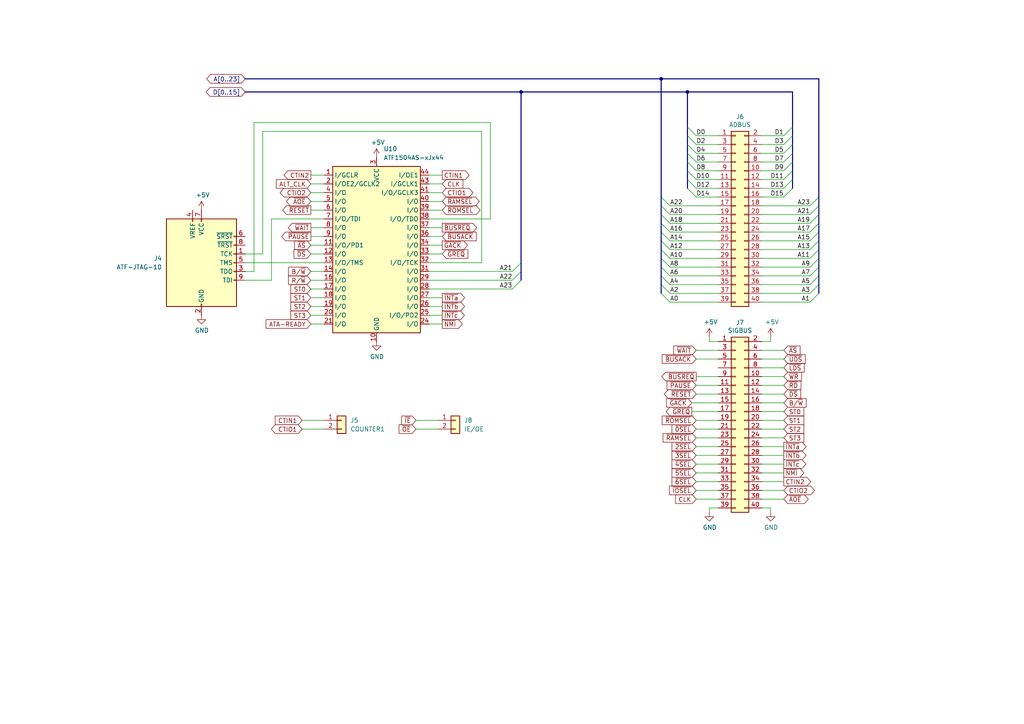
<source format=kicad_sch>
(kicad_sch (version 20211123) (generator eeschema)
  (paper "A4")
  (title_block (title "Z280-SBC") (rev "1"))
  (lib_symbols
    (symbol "Connector:AVR-JTAG-10" (pin_names (offset 1.016))
      (property "Reference" "J" (at -8.89 13.97 0))
      (property "Value" "AVR-JTAG-10" (at 1.27 13.97 0))
      (symbol "AVR-JTAG-10_0_1"
        (rectangle (start -2.667 12.7) (end -2.413 11.938))
        (rectangle (start -0.127 -11.938) (end 0.127 -12.7))
        (rectangle (start -0.127 12.7) (end 0.127 11.938))
        (rectangle (start 10.16 -4.953) (end 9.398 -5.207))
        (rectangle (start 10.16 -2.413) (end 9.398 -2.667))
        (rectangle (start 10.16 0.127) (end 9.398 -0.127))
        (rectangle (start 10.16 2.667) (end 9.398 2.413))
        (rectangle (start 10.16 5.207) (end 9.398 4.953))
        (rectangle (start 10.16 7.747) (end 9.398 7.493))
        (rectangle (start 10.16 12.7) (end -10.16 -12.7) (stroke (width 0.254)) (fill (type background)))
      )
      (symbol "AVR-JTAG-10_1_1"
        (pin passive line (at 12.7 2.54 180) (length 2.54) (name "TCK") (number "1"))
        (pin passive line (at 0 -15.24 90) (length 2.54) hide (name "GND") (number "10"))
        (pin passive line (at 0 -15.24 90) (length 2.54) (name "GND") (number "2"))
        (pin passive line (at 12.7 -2.54 180) (length 2.54) (name "TDO") (number "3"))
        (pin passive line (at -2.54 15.24 270) (length 2.54) (name "VREF") (number "4"))
        (pin passive line (at 12.7 0 180) (length 2.54) (name "TMS") (number "5"))
        (pin passive line (at 12.7 7.62 180) (length 2.54) (name "~{SRST}") (number "6"))
        (pin passive line (at 0 15.24 270) (length 2.54) (name "VCC") (number "7"))
        (pin passive line (at 12.7 5.08 180) (length 2.54) (name "~{TRST}") (number "8"))
        (pin passive line (at 12.7 -5.08 180) (length 2.54) (name "TDI") (number "9"))
      )
    )
    (symbol "Connector_Generic:Conn_01x02" (pin_names (offset 1.016) hide)
      (property "Reference" "J" (at 0 2.54 0))
      (property "Value" "Conn_01x02" (at 0 -5.08 0))
      (symbol "Conn_01x02_1_1"
        (rectangle (start -1.27 -2.413) (end 0 -2.667) (stroke (width 0.1524)))
        (rectangle (start -1.27 0.127) (end 0 -0.127) (stroke (width 0.1524)))
        (rectangle (start -1.27 1.27) (end 1.27 -3.81) (stroke (width 0.254)) (fill (type background)))
        (pin passive line (at -5.08 0 0) (length 3.81) (name "Pin_1") (number "1"))
        (pin passive line (at -5.08 -2.54 0) (length 3.81) (name "Pin_2") (number "2"))
      )
    )
    (symbol "Connector_Generic:Conn_02x20_Odd_Even" (pin_names (offset 1.016) hide)
      (property "Reference" "J" (at 1.27 25.4 0))
      (property "Value" "Conn_02x20_Odd_Even" (at 1.27 -27.94 0))
      (symbol "Conn_02x20_Odd_Even_1_1"
        (rectangle (start -1.27 -25.273) (end 0 -25.527) (stroke (width 0.1524)))
        (rectangle (start -1.27 -22.733) (end 0 -22.987) (stroke (width 0.1524)))
        (rectangle (start -1.27 -20.193) (end 0 -20.447) (stroke (width 0.1524)))
        (rectangle (start -1.27 -17.653) (end 0 -17.907) (stroke (width 0.1524)))
        (rectangle (start -1.27 -15.113) (end 0 -15.367) (stroke (width 0.1524)))
        (rectangle (start -1.27 -12.573) (end 0 -12.827) (stroke (width 0.1524)))
        (rectangle (start -1.27 -10.033) (end 0 -10.287) (stroke (width 0.1524)))
        (rectangle (start -1.27 -7.493) (end 0 -7.747) (stroke (width 0.1524)))
        (rectangle (start -1.27 -4.953) (end 0 -5.207) (stroke (width 0.1524)))
        (rectangle (start -1.27 -2.413) (end 0 -2.667) (stroke (width 0.1524)))
        (rectangle (start -1.27 0.127) (end 0 -0.127) (stroke (width 0.1524)))
        (rectangle (start -1.27 2.667) (end 0 2.413) (stroke (width 0.1524)))
        (rectangle (start -1.27 5.207) (end 0 4.953) (stroke (width 0.1524)))
        (rectangle (start -1.27 7.747) (end 0 7.493) (stroke (width 0.1524)))
        (rectangle (start -1.27 10.287) (end 0 10.033) (stroke (width 0.1524)))
        (rectangle (start -1.27 12.827) (end 0 12.573) (stroke (width 0.1524)))
        (rectangle (start -1.27 15.367) (end 0 15.113) (stroke (width 0.1524)))
        (rectangle (start -1.27 17.907) (end 0 17.653) (stroke (width 0.1524)))
        (rectangle (start -1.27 20.447) (end 0 20.193) (stroke (width 0.1524)))
        (rectangle (start -1.27 22.987) (end 0 22.733) (stroke (width 0.1524)))
        (rectangle (start -1.27 24.13) (end 3.81 -26.67) (stroke (width 0.254)) (fill (type background)))
        (rectangle (start 3.81 -25.273) (end 2.54 -25.527) (stroke (width 0.1524)))
        (rectangle (start 3.81 -22.733) (end 2.54 -22.987) (stroke (width 0.1524)))
        (rectangle (start 3.81 -20.193) (end 2.54 -20.447) (stroke (width 0.1524)))
        (rectangle (start 3.81 -17.653) (end 2.54 -17.907) (stroke (width 0.1524)))
        (rectangle (start 3.81 -15.113) (end 2.54 -15.367) (stroke (width 0.1524)))
        (rectangle (start 3.81 -12.573) (end 2.54 -12.827) (stroke (width 0.1524)))
        (rectangle (start 3.81 -10.033) (end 2.54 -10.287) (stroke (width 0.1524)))
        (rectangle (start 3.81 -7.493) (end 2.54 -7.747) (stroke (width 0.1524)))
        (rectangle (start 3.81 -4.953) (end 2.54 -5.207) (stroke (width 0.1524)))
        (rectangle (start 3.81 -2.413) (end 2.54 -2.667) (stroke (width 0.1524)))
        (rectangle (start 3.81 0.127) (end 2.54 -0.127) (stroke (width 0.1524)))
        (rectangle (start 3.81 2.667) (end 2.54 2.413) (stroke (width 0.1524)))
        (rectangle (start 3.81 5.207) (end 2.54 4.953) (stroke (width 0.1524)))
        (rectangle (start 3.81 7.747) (end 2.54 7.493) (stroke (width 0.1524)))
        (rectangle (start 3.81 10.287) (end 2.54 10.033) (stroke (width 0.1524)))
        (rectangle (start 3.81 12.827) (end 2.54 12.573) (stroke (width 0.1524)))
        (rectangle (start 3.81 15.367) (end 2.54 15.113) (stroke (width 0.1524)))
        (rectangle (start 3.81 17.907) (end 2.54 17.653) (stroke (width 0.1524)))
        (rectangle (start 3.81 20.447) (end 2.54 20.193) (stroke (width 0.1524)))
        (rectangle (start 3.81 22.987) (end 2.54 22.733) (stroke (width 0.1524)))
        (pin passive line (at -5.08 22.86 0) (length 3.81) (name "Pin_1") (number "1"))
        (pin passive line (at 7.62 12.7 180) (length 3.81) (name "Pin_10") (number "10"))
        (pin passive line (at -5.08 10.16 0) (length 3.81) (name "Pin_11") (number "11"))
        (pin passive line (at 7.62 10.16 180) (length 3.81) (name "Pin_12") (number "12"))
        (pin passive line (at -5.08 7.62 0) (length 3.81) (name "Pin_13") (number "13"))
        (pin passive line (at 7.62 7.62 180) (length 3.81) (name "Pin_14") (number "14"))
        (pin passive line (at -5.08 5.08 0) (length 3.81) (name "Pin_15") (number "15"))
        (pin passive line (at 7.62 5.08 180) (length 3.81) (name "Pin_16") (number "16"))
        (pin passive line (at -5.08 2.54 0) (length 3.81) (name "Pin_17") (number "17"))
        (pin passive line (at 7.62 2.54 180) (length 3.81) (name "Pin_18") (number "18"))
        (pin passive line (at -5.08 0 0) (length 3.81) (name "Pin_19") (number "19"))
        (pin passive line (at 7.62 22.86 180) (length 3.81) (name "Pin_2") (number "2"))
        (pin passive line (at 7.62 0 180) (length 3.81) (name "Pin_20") (number "20"))
        (pin passive line (at -5.08 -2.54 0) (length 3.81) (name "Pin_21") (number "21"))
        (pin passive line (at 7.62 -2.54 180) (length 3.81) (name "Pin_22") (number "22"))
        (pin passive line (at -5.08 -5.08 0) (length 3.81) (name "Pin_23") (number "23"))
        (pin passive line (at 7.62 -5.08 180) (length 3.81) (name "Pin_24") (number "24"))
        (pin passive line (at -5.08 -7.62 0) (length 3.81) (name "Pin_25") (number "25"))
        (pin passive line (at 7.62 -7.62 180) (length 3.81) (name "Pin_26") (number "26"))
        (pin passive line (at -5.08 -10.16 0) (length 3.81) (name "Pin_27") (number "27"))
        (pin passive line (at 7.62 -10.16 180) (length 3.81) (name "Pin_28") (number "28"))
        (pin passive line (at -5.08 -12.7 0) (length 3.81) (name "Pin_29") (number "29"))
        (pin passive line (at -5.08 20.32 0) (length 3.81) (name "Pin_3") (number "3"))
        (pin passive line (at 7.62 -12.7 180) (length 3.81) (name "Pin_30") (number "30"))
        (pin passive line (at -5.08 -15.24 0) (length 3.81) (name "Pin_31") (number "31"))
        (pin passive line (at 7.62 -15.24 180) (length 3.81) (name "Pin_32") (number "32"))
        (pin passive line (at -5.08 -17.78 0) (length 3.81) (name "Pin_33") (number "33"))
        (pin passive line (at 7.62 -17.78 180) (length 3.81) (name "Pin_34") (number "34"))
        (pin passive line (at -5.08 -20.32 0) (length 3.81) (name "Pin_35") (number "35"))
        (pin passive line (at 7.62 -20.32 180) (length 3.81) (name "Pin_36") (number "36"))
        (pin passive line (at -5.08 -22.86 0) (length 3.81) (name "Pin_37") (number "37"))
        (pin passive line (at 7.62 -22.86 180) (length 3.81) (name "Pin_38") (number "38"))
        (pin passive line (at -5.08 -25.4 0) (length 3.81) (name "Pin_39") (number "39"))
        (pin passive line (at 7.62 20.32 180) (length 3.81) (name "Pin_4") (number "4"))
        (pin passive line (at 7.62 -25.4 180) (length 3.81) (name "Pin_40") (number "40"))
        (pin passive line (at -5.08 17.78 0) (length 3.81) (name "Pin_5") (number "5"))
        (pin passive line (at 7.62 17.78 180) (length 3.81) (name "Pin_6") (number "6"))
        (pin passive line (at -5.08 15.24 0) (length 3.81) (name "Pin_7") (number "7"))
        (pin passive line (at 7.62 15.24 180) (length 3.81) (name "Pin_8") (number "8"))
        (pin passive line (at -5.08 12.7 0) (length 3.81) (name "Pin_9") (number "9"))
      )
    )
    (symbol "Z280:ATF1504AS-xJx44"
      (property "Reference" "U" (at -12.7 24.13 0))
      (property "Value" "ATF1504AS-xJx44" (at 12.7 24.13 0))
      (symbol "ATF1504AS-xJx44_0_1"
        (rectangle (start -12.7 22.86) (end 12.7 -25.4) (stroke (width 0.254)) (fill (type background)))
      )
      (symbol "ATF1504AS-xJx44_1_1"
        (pin input line (at -15.24 20.32 0) (length 2.54) (name "I/GCLR") (number "1"))
        (pin power_in line (at 0 -27.94 90) (length 2.54) (name "GND") (number "10"))
        (pin bidirectional line (at -15.24 0 0) (length 2.54) (name "I/O/PD1") (number "11"))
        (pin bidirectional line (at -15.24 -2.54 0) (length 2.54) (name "I/O") (number "12"))
        (pin bidirectional line (at -15.24 -5.08 0) (length 2.54) (name "I/O/TMS") (number "13"))
        (pin bidirectional line (at -15.24 -7.62 0) (length 2.54) (name "I/O") (number "14"))
        (pin passive line (at 0 25.4 270) (length 2.54) hide (name "VCC") (number "15"))
        (pin bidirectional line (at -15.24 -10.16 0) (length 2.54) (name "I/O") (number "16"))
        (pin bidirectional line (at -15.24 -12.7 0) (length 2.54) (name "I/O") (number "17"))
        (pin bidirectional line (at -15.24 -15.24 0) (length 2.54) (name "I/O") (number "18"))
        (pin bidirectional line (at -15.24 -17.78 0) (length 2.54) (name "I/O") (number "19"))
        (pin input line (at -15.24 17.78 0) (length 2.54) (name "I/OE2/GCLK2") (number "2"))
        (pin bidirectional line (at -15.24 -20.32 0) (length 2.54) (name "I/O") (number "20"))
        (pin bidirectional line (at -15.24 -22.86 0) (length 2.54) (name "I/O") (number "21"))
        (pin passive line (at 0 -27.94 90) (length 2.54) hide (name "GND") (number "22"))
        (pin passive line (at 0 25.4 270) (length 2.54) hide (name "VCC") (number "23"))
        (pin bidirectional line (at 15.24 -22.86 180) (length 2.54) (name "I/O") (number "24"))
        (pin bidirectional line (at 15.24 -20.32 180) (length 2.54) (name "I/O/PD2") (number "25"))
        (pin bidirectional line (at 15.24 -17.78 180) (length 2.54) (name "I/O") (number "26"))
        (pin bidirectional line (at 15.24 -15.24 180) (length 2.54) (name "I/O") (number "27"))
        (pin bidirectional line (at 15.24 -12.7 180) (length 2.54) (name "I/O") (number "28"))
        (pin bidirectional line (at 15.24 -10.16 180) (length 2.54) (name "I/O") (number "29"))
        (pin power_in line (at 0 25.4 270) (length 2.54) (name "VCC") (number "3"))
        (pin passive line (at 0 -27.94 90) (length 2.54) hide (name "GND") (number "30"))
        (pin bidirectional line (at 15.24 -7.62 180) (length 2.54) (name "I/O") (number "31"))
        (pin bidirectional line (at 15.24 -5.08 180) (length 2.54) (name "I/O/TCK") (number "32"))
        (pin bidirectional line (at 15.24 -2.54 180) (length 2.54) (name "I/O") (number "33"))
        (pin bidirectional line (at 15.24 0 180) (length 2.54) (name "I/O") (number "34"))
        (pin passive line (at 0 25.4 270) (length 2.54) hide (name "VCC") (number "35"))
        (pin bidirectional line (at 15.24 2.54 180) (length 2.54) (name "I/O") (number "36"))
        (pin bidirectional line (at 15.24 5.08 180) (length 2.54) (name "I/O") (number "37"))
        (pin bidirectional line (at 15.24 7.62 180) (length 2.54) (name "I/O/TDO") (number "38"))
        (pin bidirectional line (at 15.24 10.16 180) (length 2.54) (name "I/O") (number "39"))
        (pin bidirectional line (at -15.24 15.24 0) (length 2.54) (name "I/O") (number "4"))
        (pin bidirectional line (at 15.24 12.7 180) (length 2.54) (name "I/O") (number "40"))
        (pin bidirectional line (at 15.24 15.24 180) (length 2.54) (name "I/O/GCLK3") (number "41"))
        (pin passive line (at 0 -27.94 90) (length 2.54) hide (name "GND") (number "42"))
        (pin input line (at 15.24 17.78 180) (length 2.54) (name "I/GCLK1") (number "43"))
        (pin input line (at 15.24 20.32 180) (length 2.54) (name "I/OE1") (number "44"))
        (pin bidirectional line (at -15.24 12.7 0) (length 2.54) (name "I/O") (number "5"))
        (pin bidirectional line (at -15.24 10.16 0) (length 2.54) (name "I/O") (number "6"))
        (pin bidirectional line (at -15.24 7.62 0) (length 2.54) (name "I/O/TDI") (number "7"))
        (pin bidirectional line (at -15.24 5.08 0) (length 2.54) (name "I/O") (number "8"))
        (pin bidirectional line (at -15.24 2.54 0) (length 2.54) (name "I/O") (number "9"))
      )
    )
    (symbol "power:+5V" (power) (pin_names (offset 0))
      (property "Value" "+5V" (at 0 3.556 0))
      (symbol "+5V_0_1"
        (polyline (pts (xy -0.762 1.27) (xy 0 2.54)))
        (polyline (pts (xy 0 0) (xy 0 2.54)))
        (polyline (pts (xy 0 2.54) (xy 0.762 1.27)))
      )
      (symbol "+5V_1_1"
        (pin power_in line (at 0 0 90) (length 0) hide (name "+5V") (number "1"))
      )
    )
    (symbol "power:GND" (power) (pin_names (offset 0))
      (property "Value" "GND" (at 0 -3.81 0))
      (symbol "GND_0_1"
        (polyline (pts (xy 0 0) (xy 0 -1.27) (xy 1.27 -1.27) (xy 0 -2.54) (xy -1.27 -1.27) (xy 0 -1.27)))
      )
      (symbol "GND_1_1"
        (pin power_in line (at 0 0 270) (length 0) hide (name "GND") (number "1"))
      )
    )
  )
  (junction (at 191.77 22.86))
  (junction (at 151.13 26.67))
  (junction (at 199.39 26.67))
  (bus_entry (at 194.31 67.31) (size -2.54 -2.54))
  (bus_entry (at 201.93 46.99) (size -2.54 -2.54))
  (bus_entry (at 201.93 44.45) (size -2.54 -2.54))
  (bus_entry (at 194.31 85.09) (size -2.54 -2.54))
  (bus_entry (at 194.31 59.69) (size -2.54 -2.54))
  (bus_entry (at 227.33 44.45) (size 2.54 -2.54))
  (bus_entry (at 234.95 85.09) (size 2.54 -2.54))
  (bus_entry (at 201.93 39.37) (size -2.54 -2.54))
  (bus_entry (at 194.31 82.55) (size -2.54 -2.54))
  (bus_entry (at 201.93 49.53) (size -2.54 -2.54))
  (bus_entry (at 194.31 64.77) (size -2.54 -2.54))
  (bus_entry (at 227.33 54.61) (size 2.54 -2.54))
  (bus_entry (at 227.33 52.07) (size 2.54 -2.54))
  (bus_entry (at 194.31 72.39) (size -2.54 -2.54))
  (bus_entry (at 234.95 82.55) (size 2.54 -2.54))
  (bus_entry (at 201.93 54.61) (size -2.54 -2.54))
  (bus_entry (at 201.93 41.91) (size -2.54 -2.54))
  (bus_entry (at 234.95 87.63) (size 2.54 -2.54))
  (bus_entry (at 201.93 52.07) (size -2.54 -2.54))
  (bus_entry (at 234.95 80.01) (size 2.54 -2.54))
  (bus_entry (at 194.31 80.01) (size -2.54 -2.54))
  (bus_entry (at 234.95 74.93) (size 2.54 -2.54))
  (bus_entry (at 148.59 81.28) (size 2.54 -2.54))
  (bus_entry (at 194.31 74.93) (size -2.54 -2.54))
  (bus_entry (at 234.95 62.23) (size 2.54 -2.54))
  (bus_entry (at 234.95 67.31) (size 2.54 -2.54))
  (bus_entry (at 234.95 77.47) (size 2.54 -2.54))
  (bus_entry (at 194.31 62.23) (size -2.54 -2.54))
  (bus_entry (at 234.95 64.77) (size 2.54 -2.54))
  (bus_entry (at 234.95 59.69) (size 2.54 -2.54))
  (bus_entry (at 194.31 87.63) (size -2.54 -2.54))
  (bus_entry (at 227.33 49.53) (size 2.54 -2.54))
  (bus_entry (at 148.59 78.74) (size 2.54 -2.54))
  (bus_entry (at 227.33 39.37) (size 2.54 -2.54))
  (bus_entry (at 227.33 41.91) (size 2.54 -2.54))
  (bus_entry (at 227.33 46.99) (size 2.54 -2.54))
  (bus_entry (at 148.59 83.82) (size 2.54 -2.54))
  (bus_entry (at 234.95 72.39) (size 2.54 -2.54))
  (bus_entry (at 234.95 69.85) (size 2.54 -2.54))
  (bus_entry (at 194.31 69.85) (size -2.54 -2.54))
  (bus_entry (at 194.31 77.47) (size -2.54 -2.54))
  (bus_entry (at 227.33 57.15) (size 2.54 -2.54))
  (bus_entry (at 201.93 57.15) (size -2.54 -2.54))
  (wire (pts (xy 227.33 52.07) (xy 220.98 52.07)))
  (bus (pts (xy 237.49 57.15) (xy 237.49 59.69)))
  (wire (pts (xy 234.95 64.77) (xy 220.98 64.77)))
  (wire (pts (xy 234.95 72.39) (xy 220.98 72.39)))
  (wire (pts (xy 208.28 69.85) (xy 194.31 69.85)))
  (bus (pts (xy 237.49 59.69) (xy 237.49 62.23)))
  (wire (pts (xy 90.17 66.04) (xy 93.98 66.04)))
  (wire (pts (xy 205.74 99.06) (xy 208.28 99.06)))
  (wire (pts (xy 124.46 81.28) (xy 148.59 81.28)))
  (wire (pts (xy 208.28 142.24) (xy 201.93 142.24)))
  (wire (pts (xy 124.46 76.2) (xy 139.7 76.2)))
  (wire (pts (xy 220.98 104.14) (xy 227.33 104.14)))
  (wire (pts (xy 201.93 111.76) (xy 208.28 111.76)))
  (wire (pts (xy 227.33 114.3) (xy 220.98 114.3)))
  (wire (pts (xy 220.98 101.6) (xy 227.33 101.6)))
  (bus (pts (xy 71.12 26.67) (xy 151.13 26.67)))
  (wire (pts (xy 223.52 147.32) (xy 223.52 148.59)))
  (wire (pts (xy 208.28 52.07) (xy 201.93 52.07)))
  (bus (pts (xy 191.77 69.85) (xy 191.77 72.39)))
  (wire (pts (xy 234.95 67.31) (xy 220.98 67.31)))
  (bus (pts (xy 191.77 22.86) (xy 191.77 57.15)))
  (bus (pts (xy 199.39 36.83) (xy 199.39 39.37)))
  (wire (pts (xy 73.66 35.56) (xy 142.24 35.56)))
  (wire (pts (xy 128.27 93.98) (xy 124.46 93.98)))
  (bus (pts (xy 229.87 41.91) (xy 229.87 44.45)))
  (wire (pts (xy 71.12 76.2) (xy 93.98 76.2)))
  (wire (pts (xy 208.28 132.08) (xy 201.93 132.08)))
  (wire (pts (xy 227.33 129.54) (xy 220.98 129.54)))
  (wire (pts (xy 208.28 127) (xy 201.93 127)))
  (wire (pts (xy 234.95 59.69) (xy 220.98 59.69)))
  (wire (pts (xy 90.17 78.74) (xy 93.98 78.74)))
  (bus (pts (xy 151.13 26.67) (xy 199.39 26.67)))
  (bus (pts (xy 191.77 77.47) (xy 191.77 80.01)))
  (bus (pts (xy 237.49 22.86) (xy 191.77 22.86)))
  (wire (pts (xy 120.65 124.46) (xy 127 124.46)))
  (bus (pts (xy 199.39 44.45) (xy 199.39 46.99)))
  (wire (pts (xy 227.33 119.38) (xy 220.98 119.38)))
  (bus (pts (xy 191.77 57.15) (xy 191.77 59.69)))
  (wire (pts (xy 128.27 53.34) (xy 124.46 53.34)))
  (wire (pts (xy 234.95 80.01) (xy 220.98 80.01)))
  (bus (pts (xy 229.87 26.67) (xy 199.39 26.67)))
  (wire (pts (xy 124.46 63.5) (xy 142.24 63.5)))
  (wire (pts (xy 220.98 77.47) (xy 234.95 77.47)))
  (wire (pts (xy 120.65 121.92) (xy 127 121.92)))
  (bus (pts (xy 191.77 62.23) (xy 191.77 64.77)))
  (wire (pts (xy 201.93 39.37) (xy 208.28 39.37)))
  (wire (pts (xy 71.12 78.74) (xy 73.66 78.74)))
  (wire (pts (xy 76.2 38.1) (xy 139.7 38.1)))
  (wire (pts (xy 234.95 87.63) (xy 220.98 87.63)))
  (wire (pts (xy 90.17 91.44) (xy 93.98 91.44)))
  (wire (pts (xy 220.98 62.23) (xy 234.95 62.23)))
  (wire (pts (xy 220.98 85.09) (xy 234.95 85.09)))
  (wire (pts (xy 201.93 134.62) (xy 208.28 134.62)))
  (wire (pts (xy 208.28 44.45) (xy 201.93 44.45)))
  (wire (pts (xy 227.33 109.22) (xy 220.98 109.22)))
  (wire (pts (xy 90.17 60.96) (xy 93.98 60.96)))
  (wire (pts (xy 90.17 71.12) (xy 93.98 71.12)))
  (bus (pts (xy 199.39 52.07) (xy 199.39 54.61)))
  (bus (pts (xy 151.13 78.74) (xy 151.13 81.28)))
  (bus (pts (xy 229.87 52.07) (xy 229.87 54.61)))
  (bus (pts (xy 229.87 49.53) (xy 229.87 52.07)))
  (wire (pts (xy 78.74 63.5) (xy 78.74 81.28)))
  (wire (pts (xy 208.28 72.39) (xy 194.31 72.39)))
  (bus (pts (xy 229.87 44.45) (xy 229.87 46.99)))
  (bus (pts (xy 199.39 49.53) (xy 199.39 52.07)))
  (bus (pts (xy 229.87 39.37) (xy 229.87 41.91)))
  (wire (pts (xy 220.98 49.53) (xy 227.33 49.53)))
  (wire (pts (xy 227.33 121.92) (xy 220.98 121.92)))
  (wire (pts (xy 227.33 39.37) (xy 220.98 39.37)))
  (wire (pts (xy 220.98 147.32) (xy 223.52 147.32)))
  (wire (pts (xy 71.12 73.66) (xy 76.2 73.66)))
  (bus (pts (xy 199.39 39.37) (xy 199.39 41.91)))
  (wire (pts (xy 201.93 139.7) (xy 208.28 139.7)))
  (wire (pts (xy 227.33 139.7) (xy 220.98 139.7)))
  (wire (pts (xy 78.74 81.28) (xy 71.12 81.28)))
  (wire (pts (xy 234.95 82.55) (xy 220.98 82.55)))
  (wire (pts (xy 208.28 62.23) (xy 194.31 62.23)))
  (wire (pts (xy 93.98 55.88) (xy 90.17 55.88)))
  (bus (pts (xy 191.77 72.39) (xy 191.77 74.93)))
  (wire (pts (xy 208.28 59.69) (xy 194.31 59.69)))
  (wire (pts (xy 208.28 41.91) (xy 201.93 41.91)))
  (wire (pts (xy 90.17 83.82) (xy 93.98 83.82)))
  (wire (pts (xy 208.28 147.32) (xy 205.74 147.32)))
  (wire (pts (xy 220.98 111.76) (xy 227.33 111.76)))
  (bus (pts (xy 237.49 67.31) (xy 237.49 69.85)))
  (bus (pts (xy 237.49 80.01) (xy 237.49 82.55)))
  (wire (pts (xy 201.93 121.92) (xy 208.28 121.92)))
  (bus (pts (xy 237.49 74.93) (xy 237.49 77.47)))
  (wire (pts (xy 208.28 82.55) (xy 194.31 82.55)))
  (wire (pts (xy 220.98 116.84) (xy 227.33 116.84)))
  (wire (pts (xy 208.28 87.63) (xy 194.31 87.63)))
  (wire (pts (xy 220.98 142.24) (xy 227.33 142.24)))
  (wire (pts (xy 227.33 44.45) (xy 220.98 44.45)))
  (wire (pts (xy 139.7 38.1) (xy 139.7 76.2)))
  (wire (pts (xy 90.17 53.34) (xy 93.98 53.34)))
  (wire (pts (xy 124.46 71.12) (xy 128.27 71.12)))
  (bus (pts (xy 191.77 82.55) (xy 191.77 85.09)))
  (bus (pts (xy 229.87 26.67) (xy 229.87 36.83)))
  (wire (pts (xy 200.66 119.38) (xy 208.28 119.38)))
  (wire (pts (xy 220.98 144.78) (xy 227.33 144.78)))
  (wire (pts (xy 128.27 91.44) (xy 124.46 91.44)))
  (wire (pts (xy 223.52 99.06) (xy 223.52 97.79)))
  (wire (pts (xy 90.17 68.58) (xy 93.98 68.58)))
  (bus (pts (xy 237.49 82.55) (xy 237.49 85.09)))
  (wire (pts (xy 124.46 73.66) (xy 128.27 73.66)))
  (wire (pts (xy 208.28 137.16) (xy 201.93 137.16)))
  (bus (pts (xy 237.49 72.39) (xy 237.49 74.93)))
  (wire (pts (xy 73.66 78.74) (xy 73.66 35.56)))
  (wire (pts (xy 208.28 49.53) (xy 201.93 49.53)))
  (wire (pts (xy 124.46 78.74) (xy 148.59 78.74)))
  (bus (pts (xy 237.49 69.85) (xy 237.49 72.39)))
  (wire (pts (xy 124.46 58.42) (xy 128.27 58.42)))
  (wire (pts (xy 128.27 86.36) (xy 124.46 86.36)))
  (wire (pts (xy 208.28 54.61) (xy 201.93 54.61)))
  (wire (pts (xy 208.28 77.47) (xy 194.31 77.47)))
  (wire (pts (xy 227.33 46.99) (xy 220.98 46.99)))
  (wire (pts (xy 227.33 134.62) (xy 220.98 134.62)))
  (wire (pts (xy 220.98 69.85) (xy 234.95 69.85)))
  (wire (pts (xy 220.98 124.46) (xy 227.33 124.46)))
  (bus (pts (xy 191.77 67.31) (xy 191.77 69.85)))
  (wire (pts (xy 208.28 109.22) (xy 201.93 109.22)))
  (bus (pts (xy 191.77 74.93) (xy 191.77 77.47)))
  (bus (pts (xy 199.39 41.91) (xy 199.39 44.45)))
  (wire (pts (xy 205.74 147.32) (xy 205.74 148.59)))
  (wire (pts (xy 208.28 104.14) (xy 201.93 104.14)))
  (wire (pts (xy 234.95 74.93) (xy 220.98 74.93)))
  (wire (pts (xy 220.98 41.91) (xy 227.33 41.91)))
  (wire (pts (xy 227.33 137.16) (xy 220.98 137.16)))
  (wire (pts (xy 90.17 81.28) (xy 93.98 81.28)))
  (wire (pts (xy 220.98 127) (xy 227.33 127)))
  (wire (pts (xy 208.28 67.31) (xy 194.31 67.31)))
  (wire (pts (xy 128.27 88.9) (xy 124.46 88.9)))
  (wire (pts (xy 76.2 73.66) (xy 76.2 38.1)))
  (wire (pts (xy 93.98 124.46) (xy 87.63 124.46)))
  (wire (pts (xy 93.98 58.42) (xy 90.17 58.42)))
  (wire (pts (xy 208.28 74.93) (xy 194.31 74.93)))
  (bus (pts (xy 151.13 76.2) (xy 151.13 78.74)))
  (wire (pts (xy 205.74 97.79) (xy 205.74 99.06)))
  (wire (pts (xy 124.46 83.82) (xy 148.59 83.82)))
  (wire (pts (xy 208.28 85.09) (xy 194.31 85.09)))
  (wire (pts (xy 90.17 86.36) (xy 93.98 86.36)))
  (wire (pts (xy 90.17 73.66) (xy 93.98 73.66)))
  (bus (pts (xy 191.77 64.77) (xy 191.77 67.31)))
  (bus (pts (xy 237.49 77.47) (xy 237.49 80.01)))
  (wire (pts (xy 124.46 68.58) (xy 128.27 68.58)))
  (wire (pts (xy 220.98 99.06) (xy 223.52 99.06)))
  (wire (pts (xy 142.24 35.56) (xy 142.24 63.5)))
  (wire (pts (xy 201.93 124.46) (xy 208.28 124.46)))
  (wire (pts (xy 220.98 106.68) (xy 227.33 106.68)))
  (wire (pts (xy 201.93 114.3) (xy 208.28 114.3)))
  (bus (pts (xy 229.87 36.83) (xy 229.87 39.37)))
  (bus (pts (xy 191.77 80.01) (xy 191.77 82.55)))
  (bus (pts (xy 151.13 26.67) (xy 151.13 76.2)))
  (bus (pts (xy 71.12 22.86) (xy 191.77 22.86)))
  (wire (pts (xy 227.33 57.15) (xy 220.98 57.15)))
  (wire (pts (xy 93.98 93.98) (xy 90.17 93.98)))
  (bus (pts (xy 199.39 26.67) (xy 199.39 36.83)))
  (bus (pts (xy 237.49 62.23) (xy 237.49 64.77)))
  (wire (pts (xy 124.46 60.96) (xy 128.27 60.96)))
  (wire (pts (xy 200.66 116.84) (xy 208.28 116.84)))
  (wire (pts (xy 124.46 66.04) (xy 128.27 66.04)))
  (wire (pts (xy 220.98 54.61) (xy 227.33 54.61)))
  (wire (pts (xy 208.28 64.77) (xy 194.31 64.77)))
  (bus (pts (xy 199.39 46.99) (xy 199.39 49.53)))
  (bus (pts (xy 229.87 46.99) (xy 229.87 49.53)))
  (wire (pts (xy 90.17 88.9) (xy 93.98 88.9)))
  (bus (pts (xy 237.49 22.86) (xy 237.49 57.15)))
  (wire (pts (xy 201.93 101.6) (xy 208.28 101.6)))
  (bus (pts (xy 237.49 64.77) (xy 237.49 67.31)))
  (wire (pts (xy 124.46 55.88) (xy 128.27 55.88)))
  (wire (pts (xy 124.46 50.8) (xy 128.27 50.8)))
  (wire (pts (xy 227.33 132.08) (xy 220.98 132.08)))
  (wire (pts (xy 208.28 80.01) (xy 194.31 80.01)))
  (bus (pts (xy 191.77 59.69) (xy 191.77 62.23)))
  (wire (pts (xy 93.98 121.92) (xy 87.63 121.92)))
  (wire (pts (xy 201.93 46.99) (xy 208.28 46.99)))
  (wire (pts (xy 93.98 50.8) (xy 90.17 50.8)))
  (wire (pts (xy 201.93 129.54) (xy 208.28 129.54)))
  (wire (pts (xy 208.28 57.15) (xy 201.93 57.15)))
  (wire (pts (xy 201.93 144.78) (xy 208.28 144.78)))
  (wire (pts (xy 78.74 63.5) (xy 93.98 63.5)))
  (label "A17" (at 234.95 67.31 180))
  (label "A6" (at 194.31 80.01 0))
  (label "A11" (at 234.95 74.93 180))
  (label "A21" (at 234.95 62.23 180))
  (label "D9" (at 227.33 49.53 180))
  (label "A9" (at 234.95 77.47 180))
  (label "A18" (at 194.31 64.77 0))
  (label "A21" (at 148.59 78.74 180))
  (label "A22" (at 148.59 81.28 180))
  (label "A14" (at 194.31 69.85 0))
  (label "A13" (at 234.95 72.39 180))
  (label "D0" (at 201.93 39.37 0))
  (label "D6" (at 201.93 46.99 0))
  (label "D1" (at 227.33 39.37 180))
  (label "A20" (at 194.31 62.23 0))
  (label "A0" (at 194.31 87.63 0))
  (label "A15" (at 234.95 69.85 180))
  (label "A10" (at 194.31 74.93 0))
  (label "A7" (at 234.95 80.01 180))
  (label "D14" (at 201.93 57.15 0))
  (label "D11" (at 227.33 52.07 180))
  (label "D15" (at 227.33 57.15 180))
  (label "D3" (at 227.33 41.91 180))
  (label "A3" (at 234.95 85.09 180))
  (label "D2" (at 201.93 41.91 0))
  (label "A23" (at 148.59 83.82 180))
  (label "A1" (at 234.95 87.63 180))
  (label "A5" (at 234.95 82.55 180))
  (label "D4" (at 201.93 44.45 0))
  (label "A19" (at 234.95 64.77 180))
  (label "D7" (at 227.33 46.99 180))
  (label "A23" (at 234.95 59.69 180))
  (label "D13" (at 227.33 54.61 180))
  (label "D10" (at 201.93 52.07 0))
  (label "D12" (at 201.93 54.61 0))
  (label "A12" (at 194.31 72.39 0))
  (label "D8" (at 201.93 49.53 0))
  (label "A22" (at 194.31 59.69 0))
  (label "A8" (at 194.31 77.47 0))
  (label "A2" (at 194.31 85.09 0))
  (label "D5" (at 227.33 44.45 180))
  (label "A16" (at 194.31 67.31 0))
  (label "A4" (at 194.31 82.55 0))
  (global_label "~{BUSACK}" (shape input) (at 201.93 104.14 180) (property "Intersheet References" "${INTERSHEET_REFS}" (effects hide)))
  (global_label "ST3" (shape input) (at 227.33 127 0) (property "Intersheet References" "${INTERSHEET_REFS}" (effects hide)))
  (global_label "~{INTa}" (shape output) (at 128.27 86.36 0) (property "Intersheet References" "${INTERSHEET_REFS}" (effects hide)))
  (global_label "~{AS}" (shape input) (at 90.17 71.12 180) (property "Intersheet References" "${INTERSHEET_REFS}" (effects hide)))
  (global_label "~{4SEL}" (shape input) (at 201.93 134.62 180) (property "Intersheet References" "${INTERSHEET_REFS}" (effects hide)))
  (global_label "~{PAUSE}" (shape output) (at 90.17 68.58 180) (property "Intersheet References" "${INTERSHEET_REFS}" (effects hide)))
  (global_label "~{INTc}" (shape output) (at 128.27 91.44 0) (property "Intersheet References" "${INTERSHEET_REFS}" (effects hide)))
  (global_label "ALT_CLK" (shape input) (at 90.17 53.34 180) (property "Intersheet References" "${INTERSHEET_REFS}" (effects hide)))
  (global_label "ST2" (shape input) (at 90.17 88.9 180) (property "Intersheet References" "${INTERSHEET_REFS}" (effects hide)))
  (global_label "CLK" (shape input) (at 201.93 144.78 180) (property "Intersheet References" "${INTERSHEET_REFS}" (effects hide)))
  (global_label "~{6SEL}" (shape input) (at 201.93 139.7 180) (property "Intersheet References" "${INTERSHEET_REFS}" (effects hide)))
  (global_label "~{RAMSEL}" (shape input) (at 201.93 127 180) (property "Intersheet References" "${INTERSHEET_REFS}" (effects hide)))
  (global_label "~{RESET}" (shape bidirectional) (at 201.93 114.3 180) (property "Intersheet References" "${INTERSHEET_REFS}" (effects hide)))
  (global_label "CTIO1" (shape bidirectional) (at 128.27 55.88 0) (property "Intersheet References" "${INTERSHEET_REFS}" (effects hide)))
  (global_label "~{WR}" (shape input) (at 227.33 109.22 0) (property "Intersheet References" "${INTERSHEET_REFS}" (effects hide)))
  (global_label "CTIO2" (shape bidirectional) (at 227.33 142.24 0) (property "Intersheet References" "${INTERSHEET_REFS}" (effects hide)))
  (global_label "~{AS}" (shape input) (at 227.33 101.6 0) (property "Intersheet References" "${INTERSHEET_REFS}" (effects hide)))
  (global_label "~{UDS}" (shape input) (at 227.33 104.14 0) (property "Intersheet References" "${INTERSHEET_REFS}" (effects hide)))
  (global_label "~{AOE}" (shape bidirectional) (at 90.17 58.42 180) (property "Intersheet References" "${INTERSHEET_REFS}" (effects hide)))
  (global_label "B{slash}~{W}" (shape input) (at 90.17 78.74 180) (property "Intersheet References" "${INTERSHEET_REFS}" (effects hide)))
  (global_label "~{RAMSEL}" (shape bidirectional) (at 128.27 58.42 0) (property "Intersheet References" "${INTERSHEET_REFS}" (effects hide)))
  (global_label "ST0" (shape input) (at 227.33 119.38 0) (property "Intersheet References" "${INTERSHEET_REFS}" (effects hide)))
  (global_label "ST1" (shape input) (at 90.17 86.36 180) (property "Intersheet References" "${INTERSHEET_REFS}" (effects hide)))
  (global_label "~{2SEL}" (shape input) (at 201.93 129.54 180) (property "Intersheet References" "${INTERSHEET_REFS}" (effects hide)))
  (global_label "A[0..23]" (shape tri_state) (at 71.12 22.86 180) (property "Intersheet References" "${INTERSHEET_REFS}" (effects hide)))
  (global_label "~{BUSREQ}" (shape output) (at 201.93 109.22 180) (property "Intersheet References" "${INTERSHEET_REFS}" (effects hide)))
  (global_label "~{3SEL}" (shape input) (at 201.93 132.08 180) (property "Intersheet References" "${INTERSHEET_REFS}" (effects hide)))
  (global_label "~{0SEL}" (shape input) (at 201.93 124.46 180) (property "Intersheet References" "${INTERSHEET_REFS}" (effects hide)))
  (global_label "~{OE}" (shape input) (at 120.65 124.46 180) (property "Intersheet References" "${INTERSHEET_REFS}" (effects hide)))
  (global_label "~{GACK}" (shape output) (at 128.27 71.12 0) (property "Intersheet References" "${INTERSHEET_REFS}" (effects hide)))
  (global_label "CTIO1" (shape bidirectional) (at 87.63 124.46 180) (property "Intersheet References" "${INTERSHEET_REFS}" (effects hide)))
  (global_label "~{GREQ}" (shape output) (at 200.66 119.38 180) (property "Intersheet References" "${INTERSHEET_REFS}" (effects hide)))
  (global_label "ST1" (shape input) (at 227.33 121.92 0) (property "Intersheet References" "${INTERSHEET_REFS}" (effects hide)))
  (global_label "~{NMI}" (shape output) (at 128.27 93.98 0) (property "Intersheet References" "${INTERSHEET_REFS}" (effects hide)))
  (global_label "ST2" (shape input) (at 227.33 124.46 0) (property "Intersheet References" "${INTERSHEET_REFS}" (effects hide)))
  (global_label "~{ROMSEL}" (shape bidirectional) (at 128.27 60.96 0) (property "Intersheet References" "${INTERSHEET_REFS}" (effects hide)))
  (global_label "CLK" (shape input) (at 128.27 53.34 0) (property "Intersheet References" "${INTERSHEET_REFS}" (effects hide)))
  (global_label "~{GACK}" (shape input) (at 200.66 116.84 180) (property "Intersheet References" "${INTERSHEET_REFS}" (effects hide)))
  (global_label "ATA-READY" (shape input) (at 90.17 93.98 180) (property "Intersheet References" "${INTERSHEET_REFS}" (effects hide)))
  (global_label "~{DS}" (shape input) (at 227.33 114.3 0) (property "Intersheet References" "${INTERSHEET_REFS}" (effects hide)))
  (global_label "~{INTa}" (shape output) (at 227.33 129.54 0) (property "Intersheet References" "${INTERSHEET_REFS}" (effects hide)))
  (global_label "CTIN1" (shape input) (at 87.63 121.92 180) (property "Intersheet References" "${INTERSHEET_REFS}" (effects hide)))
  (global_label "CTIN2" (shape output) (at 227.33 139.7 0) (property "Intersheet References" "${INTERSHEET_REFS}" (effects hide)))
  (global_label "~{LDS}" (shape input) (at 227.33 106.68 0) (property "Intersheet References" "${INTERSHEET_REFS}" (effects hide)))
  (global_label "~{NMI}" (shape output) (at 227.33 137.16 0) (property "Intersheet References" "${INTERSHEET_REFS}" (effects hide)))
  (global_label "~{GREQ}" (shape input) (at 128.27 73.66 0) (property "Intersheet References" "${INTERSHEET_REFS}" (effects hide)))
  (global_label "D[0..15]" (shape tri_state) (at 71.12 26.67 180) (property "Intersheet References" "${INTERSHEET_REFS}" (effects hide)))
  (global_label "CTIN2" (shape output) (at 90.17 50.8 180) (property "Intersheet References" "${INTERSHEET_REFS}" (effects hide)))
  (global_label "R{slash}~{W}" (shape input) (at 90.17 81.28 180) (property "Intersheet References" "${INTERSHEET_REFS}" (effects hide)))
  (global_label "~{WAIT}" (shape output) (at 90.17 66.04 180) (property "Intersheet References" "${INTERSHEET_REFS}" (effects hide)))
  (global_label "CTIO2" (shape bidirectional) (at 90.17 55.88 180) (property "Intersheet References" "${INTERSHEET_REFS}" (effects hide)))
  (global_label "~{INTc}" (shape output) (at 227.33 134.62 0) (property "Intersheet References" "${INTERSHEET_REFS}" (effects hide)))
  (global_label "CTIN1" (shape output) (at 128.27 50.8 0) (property "Intersheet References" "${INTERSHEET_REFS}" (effects hide)))
  (global_label "ST3" (shape input) (at 90.17 91.44 180) (property "Intersheet References" "${INTERSHEET_REFS}" (effects hide)))
  (global_label "~{PAUSE}" (shape input) (at 201.93 111.76 180) (property "Intersheet References" "${INTERSHEET_REFS}" (effects hide)))
  (global_label "~{IOSEL}" (shape input) (at 201.93 142.24 180) (property "Intersheet References" "${INTERSHEET_REFS}" (effects hide)))
  (global_label "~{AOE}" (shape bidirectional) (at 227.33 144.78 0) (property "Intersheet References" "${INTERSHEET_REFS}" (effects hide)))
  (global_label "~{5SEL}" (shape input) (at 201.93 137.16 180) (property "Intersheet References" "${INTERSHEET_REFS}" (effects hide)))
  (global_label "~{RD}" (shape input) (at 227.33 111.76 0) (property "Intersheet References" "${INTERSHEET_REFS}" (effects hide)))
  (global_label "~{DS}" (shape input) (at 90.17 73.66 180) (property "Intersheet References" "${INTERSHEET_REFS}" (effects hide)))
  (global_label "~{BUSACK}" (shape input) (at 128.27 68.58 0) (property "Intersheet References" "${INTERSHEET_REFS}" (effects hide)))
  (global_label "~{ROMSEL}" (shape input) (at 201.93 121.92 180) (property "Intersheet References" "${INTERSHEET_REFS}" (effects hide)))
  (global_label "~{INTb}" (shape output) (at 128.27 88.9 0) (property "Intersheet References" "${INTERSHEET_REFS}" (effects hide)))
  (global_label "~{WAIT}" (shape input) (at 201.93 101.6 180) (property "Intersheet References" "${INTERSHEET_REFS}" (effects hide)))
  (global_label "~{RESET}" (shape output) (at 90.17 60.96 180) (property "Intersheet References" "${INTERSHEET_REFS}" (effects hide)))
  (global_label "~{IE}" (shape input) (at 120.65 121.92 180) (property "Intersheet References" "${INTERSHEET_REFS}" (effects hide)))
  (global_label "B{slash}~{W}" (shape input) (at 227.33 116.84 0) (property "Intersheet References" "${INTERSHEET_REFS}" (effects hide)))
  (global_label "~{INTb}" (shape output) (at 227.33 132.08 0) (property "Intersheet References" "${INTERSHEET_REFS}" (effects hide)))
  (global_label "~{BUSREQ}" (shape output) (at 128.27 66.04 0) (property "Intersheet References" "${INTERSHEET_REFS}" (effects hide)))
  (global_label "ST0" (shape input) (at 90.17 83.82 180) (property "Intersheet References" "${INTERSHEET_REFS}" (effects hide)))
  (symbol (lib_id "Connector_Generic:Conn_02x20_Odd_Even") (at 213.36 62.23 0) (unit 1)
    (property "Reference" "J6" (at 214.63 33.8582 0))
    (property "Value" "ADBUS" (at 214.63 36.1696 0))
    (property "Footprint" "Connector_PinHeader_2.54mm:PinHeader_2x20_P2.54mm_Vertical" (effects hide))
  )
  (symbol (lib_id "power:+5V") (at 205.74 97.79 0) (unit 1)
    (property "Reference" "#PWR042" (effects hide))
    (property "Value" "+5V" (at 206.121 93.3958 0))
  )
  (symbol (lib_id "Z280:ATF1504AS-xJx44") (at 109.22 71.12 0) (unit 1)
    (property "Reference" "U10" (at 111.2394 43.18 0) (effects (justify left)))
    (property "Value" "ATF1504AS-xJx44" (at 111.2394 45.72 0) (effects (justify left)))
    (property "Footprint" "Package_LCC:PLCC-44_THT-Socket" (effects hide))
    (property "Datasheet" "http://ww1.microchip.com/downloads/en/DeviceDoc/Atmel-0950-CPLD-ATF1504AS(L)-Datasheet.pdf" (effects hide))
  )
  (symbol (lib_id "power:GND") (at 205.74 148.59 0) (unit 1)
    (property "Reference" "#PWR043" (effects hide))
    (property "Value" "GND" (at 205.867 152.9842 0))
  )
  (symbol (lib_id "power:+5V") (at 223.52 97.79 0) (unit 1)
    (property "Reference" "#PWR044" (effects hide))
    (property "Value" "+5V" (at 223.901 93.3958 0))
  )
  (symbol (lib_id "Connector_Generic:Conn_01x02") (at 99.06 121.92 0) (unit 1)
    (property "Reference" "J5" (at 101.6 121.9199 0) (effects (justify left)))
    (property "Value" "COUNTER1" (at 101.6 124.4599 0) (effects (justify left)))
    (property "Footprint" "Connector_PinHeader_2.54mm:PinHeader_1x02_P2.54mm_Vertical" (effects hide))
  )
  (symbol (lib_id "Connector_Generic:Conn_01x02") (at 132.08 121.92 0) (unit 1)
    (property "Reference" "J8" (at 134.62 121.9199 0) (effects (justify left)))
    (property "Value" "IE/OE" (at 134.62 124.4599 0) (effects (justify left)))
    (property "Footprint" "Connector_PinHeader_2.54mm:PinHeader_1x02_P2.54mm_Vertical" (effects hide))
  )
  (symbol (lib_id "Connector_Generic:Conn_02x20_Odd_Even") (at 213.36 121.92 0) (unit 1)
    (property "Reference" "J7" (at 214.63 93.5482 0))
    (property "Value" "SIGBUS" (at 214.63 95.8596 0))
    (property "Footprint" "Connector_PinHeader_2.54mm:PinHeader_2x20_P2.54mm_Vertical" (effects hide))
  )
  (symbol (lib_id "power:+5V") (at 109.22 45.72 0) (unit 1)
    (property "Reference" "#PWR0101" (effects hide))
    (property "Value" "+5V" (at 109.601 41.3258 0))
  )
  (symbol (lib_id "Connector:AVR-JTAG-10") (at 58.42 76.2 0) (unit 1)
    (property "Reference" "J4" (at 46.99 74.9299 0) (effects (justify right)))
    (property "Value" "ATF-JTAG-10" (at 46.99 77.4699 0) (effects (justify right)))
    (property "Footprint" "Connector_PinHeader_2.54mm:PinHeader_2x05_P2.54mm_Vertical" (effects hide))
    (property "Datasheet" " ~" (effects hide))
  )
  (symbol (lib_id "power:+5V") (at 58.42 60.96 0) (unit 1)
    (property "Reference" "#PWR038" (effects hide))
    (property "Value" "+5V" (at 58.801 56.5658 0))
  )
  (symbol (lib_id "power:GND") (at 58.42 91.44 0) (unit 1)
    (property "Reference" "#PWR039" (effects hide))
    (property "Value" "GND" (at 58.547 95.8342 0))
  )
  (symbol (lib_id "power:GND") (at 223.52 148.59 0) (unit 1)
    (property "Reference" "#PWR045" (effects hide))
    (property "Value" "GND" (at 223.647 152.9842 0))
  )
  (symbol (lib_id "power:GND") (at 109.22 99.06 0) (unit 1)
    (property "Reference" "#PWR0102" (effects hide))
    (property "Value" "GND" (at 109.347 103.4542 0))
  )
)
</source>
